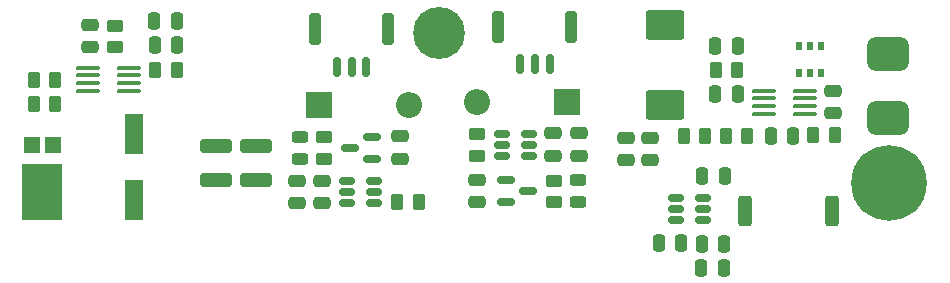
<source format=gts>
G04 #@! TF.GenerationSoftware,KiCad,Pcbnew,8.0.0*
G04 #@! TF.CreationDate,2024-10-21T16:28:35+02:00*
G04 #@! TF.ProjectId,BatteryBridge,42617474-6572-4794-9272-696467652e6b,rev?*
G04 #@! TF.SameCoordinates,Original*
G04 #@! TF.FileFunction,Soldermask,Top*
G04 #@! TF.FilePolarity,Negative*
%FSLAX46Y46*%
G04 Gerber Fmt 4.6, Leading zero omitted, Abs format (unit mm)*
G04 Created by KiCad (PCBNEW 8.0.0) date 2024-10-21 16:28:35*
%MOMM*%
%LPD*%
G01*
G04 APERTURE LIST*
G04 Aperture macros list*
%AMRoundRect*
0 Rectangle with rounded corners*
0 $1 Rounding radius*
0 $2 $3 $4 $5 $6 $7 $8 $9 X,Y pos of 4 corners*
0 Add a 4 corners polygon primitive as box body*
4,1,4,$2,$3,$4,$5,$6,$7,$8,$9,$2,$3,0*
0 Add four circle primitives for the rounded corners*
1,1,$1+$1,$2,$3*
1,1,$1+$1,$4,$5*
1,1,$1+$1,$6,$7*
1,1,$1+$1,$8,$9*
0 Add four rect primitives between the rounded corners*
20,1,$1+$1,$2,$3,$4,$5,0*
20,1,$1+$1,$4,$5,$6,$7,0*
20,1,$1+$1,$6,$7,$8,$9,0*
20,1,$1+$1,$8,$9,$2,$3,0*%
G04 Aperture macros list end*
%ADD10RoundRect,0.250000X-0.475000X0.250000X-0.475000X-0.250000X0.475000X-0.250000X0.475000X0.250000X0*%
%ADD11RoundRect,0.150000X-0.512500X-0.150000X0.512500X-0.150000X0.512500X0.150000X-0.512500X0.150000X0*%
%ADD12R,1.600000X3.500000*%
%ADD13RoundRect,0.250000X0.475000X-0.250000X0.475000X0.250000X-0.475000X0.250000X-0.475000X-0.250000X0*%
%ADD14RoundRect,0.250000X0.250000X0.475000X-0.250000X0.475000X-0.250000X-0.475000X0.250000X-0.475000X0*%
%ADD15RoundRect,0.250000X0.262500X0.450000X-0.262500X0.450000X-0.262500X-0.450000X0.262500X-0.450000X0*%
%ADD16RoundRect,0.250000X-0.450000X0.262500X-0.450000X-0.262500X0.450000X-0.262500X0.450000X0.262500X0*%
%ADD17RoundRect,0.250000X-0.262500X-0.450000X0.262500X-0.450000X0.262500X0.450000X-0.262500X0.450000X0*%
%ADD18RoundRect,0.243750X-0.456250X0.243750X-0.456250X-0.243750X0.456250X-0.243750X0.456250X0.243750X0*%
%ADD19RoundRect,0.100000X-0.900000X-0.100000X0.900000X-0.100000X0.900000X0.100000X-0.900000X0.100000X0*%
%ADD20RoundRect,0.250000X1.400000X1.000000X-1.400000X1.000000X-1.400000X-1.000000X1.400000X-1.000000X0*%
%ADD21R,0.510000X0.700000*%
%ADD22RoundRect,0.250000X1.100000X-0.325000X1.100000X0.325000X-1.100000X0.325000X-1.100000X-0.325000X0*%
%ADD23RoundRect,0.250000X-0.250000X-0.475000X0.250000X-0.475000X0.250000X0.475000X-0.250000X0.475000X0*%
%ADD24RoundRect,0.150000X0.150000X0.700000X-0.150000X0.700000X-0.150000X-0.700000X0.150000X-0.700000X0*%
%ADD25RoundRect,0.250000X0.250000X1.100000X-0.250000X1.100000X-0.250000X-1.100000X0.250000X-1.100000X0*%
%ADD26C,2.600000*%
%ADD27C,4.400000*%
%ADD28RoundRect,0.150000X-0.587500X-0.150000X0.587500X-0.150000X0.587500X0.150000X-0.587500X0.150000X0*%
%ADD29RoundRect,0.250000X0.450000X-0.262500X0.450000X0.262500X-0.450000X0.262500X-0.450000X-0.262500X0*%
%ADD30RoundRect,0.150000X0.512500X0.150000X-0.512500X0.150000X-0.512500X-0.150000X0.512500X-0.150000X0*%
%ADD31RoundRect,0.300000X-0.300000X1.000000X-0.300000X-1.000000X0.300000X-1.000000X0.300000X1.000000X0*%
%ADD32C,0.800000*%
%ADD33C,6.400000*%
%ADD34RoundRect,0.737500X-1.012500X-0.737500X1.012500X-0.737500X1.012500X0.737500X-1.012500X0.737500X0*%
%ADD35R,2.200000X2.200000*%
%ADD36O,2.200000X2.200000*%
%ADD37RoundRect,0.150000X0.587500X0.150000X-0.587500X0.150000X-0.587500X-0.150000X0.587500X-0.150000X0*%
%ADD38R,1.390000X1.400000*%
%ADD39R,3.360000X4.860000*%
%ADD40RoundRect,0.243750X0.456250X-0.243750X0.456250X0.243750X-0.456250X0.243750X-0.456250X-0.243750X0*%
G04 APERTURE END LIST*
D10*
X125867200Y-88900000D03*
X125867200Y-90800000D03*
X121884400Y-88550000D03*
X121884400Y-90450000D03*
D11*
X102287500Y-92565000D03*
X102287500Y-93515000D03*
X102287500Y-94465000D03*
X104562500Y-94465000D03*
X104562500Y-93515000D03*
X104562500Y-92565000D03*
D12*
X84200000Y-94195200D03*
X84200000Y-88595200D03*
D13*
X98042500Y-94445000D03*
X98042500Y-92545000D03*
D14*
X140042400Y-88775400D03*
X138142400Y-88775400D03*
D15*
X77562500Y-86050000D03*
X75737500Y-86050000D03*
D16*
X100350000Y-88862500D03*
X100350000Y-90687500D03*
X82600000Y-79437500D03*
X82600000Y-81262500D03*
D15*
X108354500Y-94386400D03*
X106529500Y-94386400D03*
D17*
X133487500Y-83200000D03*
X135312500Y-83200000D03*
D18*
X98320000Y-88857500D03*
X98320000Y-90732500D03*
D14*
X130568000Y-97827200D03*
X128668000Y-97827200D03*
D13*
X143450000Y-86850000D03*
X143450000Y-84950000D03*
X100172500Y-94455000D03*
X100172500Y-92555000D03*
D17*
X75737500Y-84000000D03*
X77562500Y-84000000D03*
D19*
X137600800Y-84928000D03*
X137600800Y-85568000D03*
X137600800Y-86228000D03*
X137600800Y-86868000D03*
X141020800Y-86868000D03*
X141020800Y-86228000D03*
X141020800Y-85568000D03*
X141020800Y-84928000D03*
D10*
X106760000Y-88775000D03*
X106760000Y-90675000D03*
D13*
X113231900Y-94358100D03*
X113231900Y-92458100D03*
D20*
X129200000Y-86150000D03*
X129200000Y-79350000D03*
D21*
X140494400Y-83433000D03*
X141444400Y-83433000D03*
X142394400Y-83433000D03*
X142394400Y-81113000D03*
X141444400Y-81113000D03*
X140494400Y-81113000D03*
D22*
X91150000Y-92525000D03*
X91150000Y-89575000D03*
D23*
X86000000Y-81100000D03*
X87900000Y-81100000D03*
D15*
X136142100Y-88798400D03*
X134317100Y-88798400D03*
D24*
X119420000Y-82710000D03*
X118170000Y-82710000D03*
X116920000Y-82710000D03*
D25*
X121270000Y-79510000D03*
X115070000Y-79510000D03*
D26*
X110030000Y-80030000D03*
D27*
X110030000Y-80030000D03*
D23*
X132260000Y-99918000D03*
X134160000Y-99918000D03*
D14*
X135350000Y-81150000D03*
X133450000Y-81150000D03*
D22*
X94550000Y-92525000D03*
X94550000Y-89575000D03*
D24*
X103900000Y-82930000D03*
X102650000Y-82930000D03*
X101400000Y-82930000D03*
D25*
X105750000Y-79730000D03*
X99550000Y-79730000D03*
D10*
X119700000Y-88550000D03*
X119700000Y-90450000D03*
D15*
X132588000Y-88798400D03*
X130763000Y-88798400D03*
D23*
X132290000Y-97878000D03*
X134190000Y-97878000D03*
D14*
X134250000Y-92145600D03*
X132350000Y-92145600D03*
D19*
X80349200Y-82976800D03*
X80349200Y-83616800D03*
X80349200Y-84276800D03*
X80349200Y-84916800D03*
X83769200Y-84916800D03*
X83769200Y-84276800D03*
X83769200Y-83616800D03*
X83769200Y-82976800D03*
D28*
X115698000Y-92458100D03*
X115698000Y-94358100D03*
X117573000Y-93408100D03*
D29*
X119800000Y-94362500D03*
X119800000Y-92537500D03*
D30*
X117651500Y-90482100D03*
X117651500Y-89532100D03*
X117651500Y-88582100D03*
X115376500Y-88582100D03*
X115376500Y-89532100D03*
X115376500Y-90482100D03*
D23*
X85950000Y-79000000D03*
X87850000Y-79000000D03*
D31*
X136000000Y-95150000D03*
X143300000Y-95150000D03*
D14*
X135350000Y-85250000D03*
X133450000Y-85250000D03*
D32*
X145783600Y-92710000D03*
X146486544Y-91012944D03*
X146486544Y-94407056D03*
X148183600Y-90310000D03*
D33*
X148183600Y-92710000D03*
D32*
X148183600Y-95110000D03*
X149880656Y-91012944D03*
X149880656Y-94407056D03*
X150583600Y-92710000D03*
D13*
X80466400Y-81250000D03*
X80466400Y-79350000D03*
D11*
X130105300Y-93990500D03*
X130105300Y-94940500D03*
X130105300Y-95890500D03*
X132380300Y-95890500D03*
X132380300Y-94940500D03*
X132380300Y-93990500D03*
D17*
X141749200Y-88724600D03*
X143574200Y-88724600D03*
D34*
X148031200Y-87274400D03*
X148031200Y-81824400D03*
D35*
X99890000Y-86150000D03*
D36*
X107510000Y-86150000D03*
D35*
X120897100Y-85874500D03*
D36*
X113277100Y-85874500D03*
D29*
X113231900Y-90459800D03*
X113231900Y-88634800D03*
D37*
X104387500Y-90725000D03*
X104387500Y-88825000D03*
X102512500Y-89775000D03*
D17*
X86037500Y-83200000D03*
X87862500Y-83200000D03*
D38*
X77400000Y-89550000D03*
X75560000Y-89550000D03*
D39*
X76480000Y-93532000D03*
D10*
X127950000Y-88900000D03*
X127950000Y-90800000D03*
D40*
X121817500Y-94367500D03*
X121817500Y-92492500D03*
M02*

</source>
